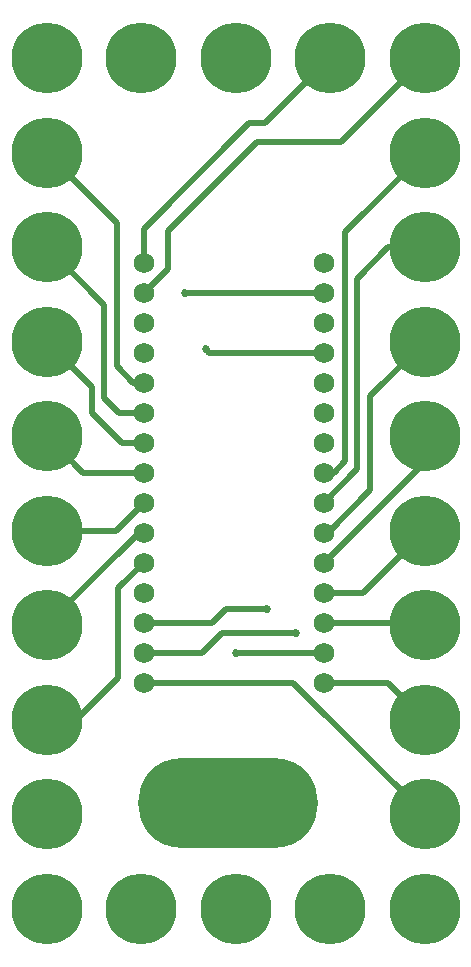
<source format=gtl>
%TF.GenerationSoftware,KiCad,Pcbnew,4.0.5-e0-6337~49~ubuntu16.04.1*%
%TF.CreationDate,2017-02-03T12:40:07-08:00*%
%TF.ProjectId,5x10-Arduino-Nano-Breakout,357831302D41726475696E6F2D4E616E,1.0*%
%TF.FileFunction,Copper,L1,Top,Signal*%
%FSLAX46Y46*%
G04 Gerber Fmt 4.6, Leading zero omitted, Abs format (unit mm)*
G04 Created by KiCad (PCBNEW 4.0.5-e0-6337~49~ubuntu16.04.1) date Fri Feb  3 12:40:07 2017*
%MOMM*%
%LPD*%
G01*
G04 APERTURE LIST*
%ADD10C,0.350000*%
%ADD11C,1.727200*%
%ADD12C,6.000000*%
%ADD13O,15.240000X7.620000*%
%ADD14C,0.685800*%
%ADD15C,0.508000*%
%ADD16C,0.330200*%
%ADD17C,0.350000*%
G04 APERTURE END LIST*
D10*
D11*
X124997000Y-119280500D03*
X124997000Y-116740500D03*
X124997000Y-114200500D03*
X124997000Y-111660500D03*
X124997000Y-109120500D03*
X124997000Y-106580500D03*
X124997000Y-104040500D03*
X124997000Y-101500500D03*
X124997000Y-98960500D03*
X124997000Y-96420500D03*
X124997000Y-93880500D03*
X124997000Y-91340500D03*
X124997000Y-88800500D03*
X124997000Y-86260500D03*
X109757000Y-86260500D03*
X109757000Y-93880500D03*
X109757000Y-114200500D03*
X109757000Y-98960500D03*
X109757000Y-96420500D03*
X109757000Y-116740500D03*
X109757000Y-109120500D03*
X109757000Y-119280500D03*
X109757000Y-106580500D03*
X109757000Y-104040500D03*
X109757000Y-101500500D03*
X109757000Y-111660500D03*
X109757000Y-88800500D03*
X109757000Y-91340500D03*
D12*
X101550000Y-98410000D03*
X101551000Y-106410000D03*
X101551000Y-122410000D03*
X101551000Y-90410000D03*
X101551000Y-130410000D03*
X101551000Y-114410000D03*
X101550000Y-82410000D03*
X101550000Y-74410000D03*
X101551000Y-138410000D03*
X109550000Y-138410000D03*
X117550000Y-138410000D03*
X125550000Y-138410000D03*
X117550000Y-66410000D03*
X125550000Y-66410000D03*
X101551000Y-66410000D03*
X109550000Y-66410000D03*
X133550000Y-66410000D03*
X133550000Y-74410000D03*
X133550000Y-82410000D03*
X133550000Y-90410000D03*
X133550000Y-98410000D03*
X133550000Y-106410000D03*
X133550000Y-114410000D03*
X133550000Y-122410000D03*
X133550000Y-130410000D03*
X133550000Y-138410000D03*
D11*
X109757000Y-83720500D03*
X124997000Y-83720500D03*
D13*
X116941600Y-129438400D03*
D14*
X120200000Y-113020000D03*
X122680000Y-115050000D03*
X117550000Y-116750000D03*
X115000000Y-91010000D03*
X113249500Y-86260500D03*
D15*
X107510000Y-92490000D02*
X107510000Y-80370000D01*
X107510000Y-80370000D02*
X101550000Y-74410000D01*
X108900500Y-93880500D02*
X107510000Y-92490000D01*
X109757000Y-93880500D02*
X108900500Y-93880500D01*
X106440000Y-95160000D02*
X106440000Y-87300000D01*
X106440000Y-87300000D02*
X101550000Y-82410000D01*
X107700500Y-96420500D02*
X106440000Y-95160000D01*
X109757000Y-96420500D02*
X107700500Y-96420500D01*
X105420000Y-96490000D02*
X105420000Y-94279000D01*
X105420000Y-94279000D02*
X101551000Y-90410000D01*
X107890500Y-98960500D02*
X105420000Y-96490000D01*
X109757000Y-98960500D02*
X107890500Y-98960500D01*
X109757000Y-101500500D02*
X104640500Y-101500500D01*
X104640500Y-101500500D02*
X101550000Y-98410000D01*
X101551000Y-106410000D02*
X107387500Y-106410000D01*
X107387500Y-106410000D02*
X109757000Y-104040500D01*
X109329500Y-106580500D02*
X101551000Y-114359000D01*
X101551000Y-114359000D02*
X101551000Y-114410000D01*
X109757000Y-106580500D02*
X109329500Y-106580500D01*
X107580000Y-118850000D02*
X107580000Y-111297500D01*
X107580000Y-111297500D02*
X109757000Y-109120500D01*
X104020000Y-122410000D02*
X107580000Y-118850000D01*
X101551000Y-122410000D02*
X104020000Y-122410000D01*
X116770000Y-113020000D02*
X115589500Y-114200500D01*
X115589500Y-114200500D02*
X109757000Y-114200500D01*
X120200000Y-113020000D02*
X116770000Y-113020000D01*
X116400000Y-115050000D02*
X122680000Y-115050000D01*
X114709500Y-116740500D02*
X116400000Y-115050000D01*
X109757000Y-116740500D02*
X114709500Y-116740500D01*
X109757000Y-119280500D02*
X122420500Y-119280500D01*
X122420500Y-119280500D02*
X133550000Y-130410000D01*
X124997000Y-119280500D02*
X130420500Y-119280500D01*
X130420500Y-119280500D02*
X133550000Y-122410000D01*
X124997000Y-114200500D02*
X133340500Y-114200500D01*
X133340500Y-114200500D02*
X133550000Y-114410000D01*
X124997000Y-111660500D02*
X128299500Y-111660500D01*
X128299500Y-111660500D02*
X133550000Y-106410000D01*
X133550000Y-98410000D02*
X133550000Y-100567500D01*
X133550000Y-100567500D02*
X124997000Y-109120500D01*
X128960000Y-102980000D02*
X128960000Y-95000000D01*
X128960000Y-95000000D02*
X133550000Y-90410000D01*
X125359500Y-106580500D02*
X128960000Y-102980000D01*
X124997000Y-106580500D02*
X125359500Y-106580500D01*
X127820000Y-85070000D02*
X127820000Y-101217500D01*
X127820000Y-101217500D02*
X124997000Y-104040500D01*
X130480000Y-82410000D02*
X127820000Y-85070000D01*
X133550000Y-82410000D02*
X130480000Y-82410000D01*
X126800000Y-100550000D02*
X126800000Y-81160000D01*
X126800000Y-81160000D02*
X133550000Y-74410000D01*
X125849500Y-101500500D02*
X126800000Y-100550000D01*
X124997000Y-101500500D02*
X125849500Y-101500500D01*
X119380000Y-73520000D02*
X126440000Y-73520000D01*
X126440000Y-73520000D02*
X133550000Y-66410000D01*
X111830000Y-81070000D02*
X119380000Y-73520000D01*
X111830000Y-84240000D02*
X111830000Y-81070000D01*
X109809500Y-86260500D02*
X111830000Y-84240000D01*
X109757000Y-86260500D02*
X109809500Y-86260500D01*
X118680000Y-71930000D02*
X120030000Y-71930000D01*
X120030000Y-71930000D02*
X125550000Y-66410000D01*
X109757000Y-80853000D02*
X118680000Y-71930000D01*
X109757000Y-83720500D02*
X109757000Y-80853000D01*
X117550000Y-116750000D02*
X124987500Y-116750000D01*
X124987500Y-116750000D02*
X124997000Y-116740500D01*
X124997000Y-91340500D02*
X115330500Y-91340500D01*
X115330500Y-91340500D02*
X115000000Y-91010000D01*
X124877500Y-83840000D02*
X124997000Y-83720500D01*
X124997000Y-86260500D02*
X113249500Y-86260500D01*
D16*
X120200000Y-113020000D03*
X122680000Y-115050000D03*
X117550000Y-116750000D03*
X115000000Y-91010000D03*
X113249500Y-86260500D03*
D17*
X124997000Y-119280500D03*
X124997000Y-116740500D03*
X124997000Y-114200500D03*
X124997000Y-111660500D03*
X124997000Y-109120500D03*
X124997000Y-106580500D03*
X124997000Y-104040500D03*
X124997000Y-101500500D03*
X124997000Y-98960500D03*
X124997000Y-96420500D03*
X124997000Y-93880500D03*
X124997000Y-91340500D03*
X124997000Y-88800500D03*
X124997000Y-86260500D03*
X109757000Y-86260500D03*
X109757000Y-93880500D03*
X109757000Y-114200500D03*
X109757000Y-98960500D03*
X109757000Y-96420500D03*
X109757000Y-116740500D03*
X109757000Y-109120500D03*
X109757000Y-119280500D03*
X109757000Y-106580500D03*
X109757000Y-104040500D03*
X109757000Y-101500500D03*
X109757000Y-111660500D03*
X109757000Y-88800500D03*
X109757000Y-91340500D03*
X101550000Y-98410000D03*
X101551000Y-106410000D03*
X101551000Y-122410000D03*
X101551000Y-90410000D03*
X101551000Y-130410000D03*
X101551000Y-114410000D03*
X101550000Y-82410000D03*
X101550000Y-74410000D03*
X101551000Y-138410000D03*
X109550000Y-138410000D03*
X117550000Y-138410000D03*
X125550000Y-138410000D03*
X117550000Y-66410000D03*
X125550000Y-66410000D03*
X101551000Y-66410000D03*
X109550000Y-66410000D03*
X133550000Y-66410000D03*
X133550000Y-74410000D03*
X133550000Y-82410000D03*
X133550000Y-90410000D03*
X133550000Y-98410000D03*
X133550000Y-106410000D03*
X133550000Y-114410000D03*
X133550000Y-122410000D03*
X133550000Y-130410000D03*
X133550000Y-138410000D03*
X109757000Y-83720500D03*
X124997000Y-83720500D03*
M02*

</source>
